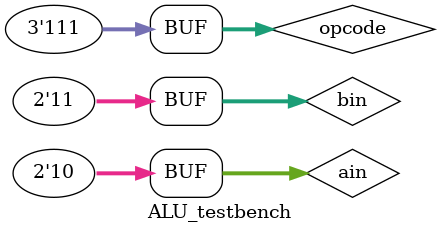
<source format=v>
module ALU (a,  
				b, 
				opcode,
				out,
				less,
				clk
				);

	parameter DATA_WIDTH = 2;
	
	input wire signed [DATA_WIDTH-1:0] a;
	input wire signed [DATA_WIDTH-1:0] b;
	input [2:0] opcode;
	input wire clk;
	output reg signed [DATA_WIDTH-1:0]out;
	output reg less;	
	always@ (*)
	begin
		if(opcode==3'b010)
		begin
			less=0;
		    out<= a+b;
		end
		else if( opcode ==3'b110)
		begin
			less=0;
			out<=a-b;
		end
		else if(	opcode ==3'b000)
		begin
			less=0;	
			out<=a&b;
		end
		else if( opcode == 3'b001)
		begin
			less=0;	
			out<=a|b;
		end
		else if (opcode == 3'b111)
		begin
			if(a<b)
				less<=1;
			else
			   less=0;
		end
	end	
endmodule 

module ALU_testbench;
	parameter timeDelay = 10; 
	parameter DATA_WIDTH = 2;
	reg [DATA_WIDTH-1:0] ain,bin;
	reg clk;
	reg [2:0]opcode;
	wire less;
	wire [DATA_WIDTH-1:0] outtest;
	ALU a (ain, bin, opcode, outtest,less, clk);
	initial
	begin 
		ain=2'b10;bin=2'b01;opcode = 3'b010;
		#(timeDelay) opcode=3'b110;
		#(timeDelay) opcode=3'b000;
	 	#(timeDelay) opcode=3'b001;
		#(timeDelay) opcode=3'b111;
		#(timeDelay) ain=2'b10;bin=2'b11;
		#100;
	 end
endmodule	 



</source>
